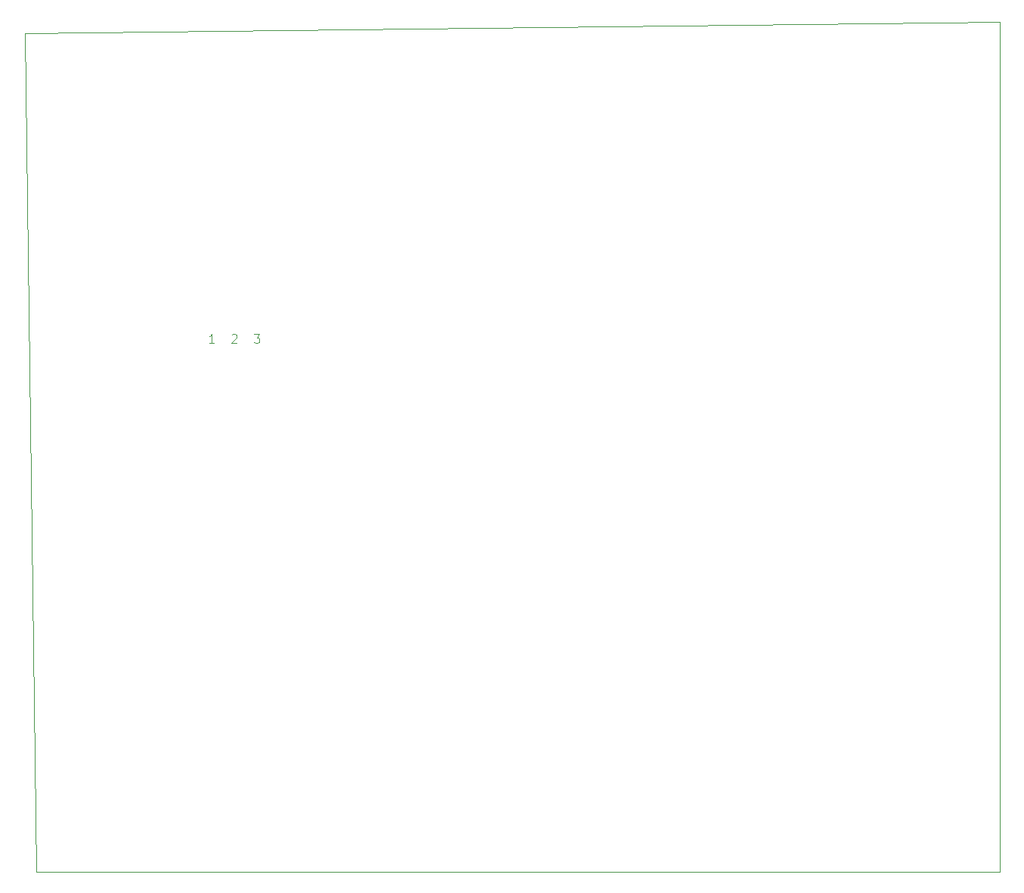
<source format=gm1>
G04 #@! TF.GenerationSoftware,KiCad,Pcbnew,(5.1.2)-2*
G04 #@! TF.CreationDate,2019-09-02T15:00:53-07:00*
G04 #@! TF.ProjectId,watt meter,77617474-206d-4657-9465-722e6b696361,rev?*
G04 #@! TF.SameCoordinates,Original*
G04 #@! TF.FileFunction,Profile,NP*
%FSLAX46Y46*%
G04 Gerber Fmt 4.6, Leading zero omitted, Abs format (unit mm)*
G04 Created by KiCad (PCBNEW (5.1.2)-2) date 2019-09-02 15:00:53*
%MOMM*%
%LPD*%
G04 APERTURE LIST*
%ADD10C,0.050000*%
G04 APERTURE END LIST*
D10*
X165100000Y-31750000D02*
X55880000Y-33020000D01*
X165100000Y-127000000D02*
X165100000Y-31750000D01*
X57150000Y-127000000D02*
X165100000Y-127000000D01*
X55880000Y-33020000D02*
X57150000Y-127000000D01*
X77114644Y-67762380D02*
X76543215Y-67762380D01*
X76828930Y-67762380D02*
X76828930Y-66762380D01*
X76733691Y-66905238D01*
X76638453Y-67000476D01*
X76543215Y-67048095D01*
X79088292Y-66857619D02*
X79135911Y-66810000D01*
X79231149Y-66762380D01*
X79469245Y-66762380D01*
X79564483Y-66810000D01*
X79612102Y-66857619D01*
X79659721Y-66952857D01*
X79659721Y-67048095D01*
X79612102Y-67190952D01*
X79040673Y-67762380D01*
X79659721Y-67762380D01*
X81582086Y-66762380D02*
X82201134Y-66762380D01*
X81867800Y-67143333D01*
X82010658Y-67143333D01*
X82105896Y-67190952D01*
X82153515Y-67238571D01*
X82201134Y-67333809D01*
X82201134Y-67571904D01*
X82153515Y-67667142D01*
X82105896Y-67714761D01*
X82010658Y-67762380D01*
X81724943Y-67762380D01*
X81629705Y-67714761D01*
X81582086Y-67667142D01*
M02*

</source>
